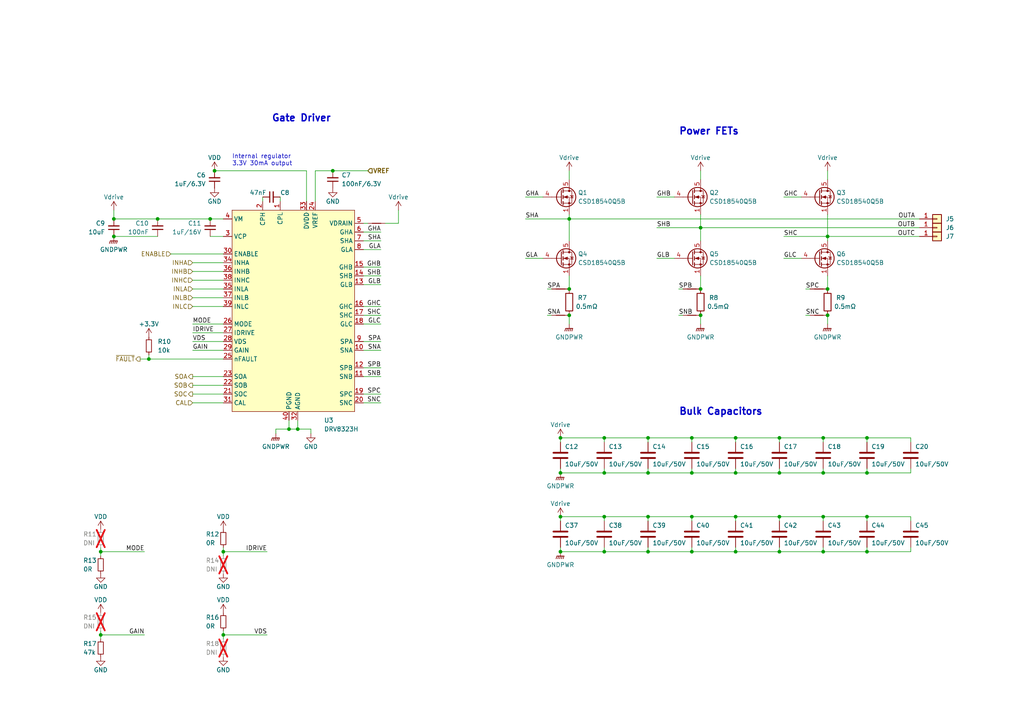
<source format=kicad_sch>
(kicad_sch (version 20230121) (generator eeschema)
  (paper "A4")
  (title_block (title "MoCo") (rev "1.0"))
  (lib_symbols
    (symbol "Connector_Generic:Conn_01x01" (pin_names (offset 1.016) hide)
      (property "Reference" "J" (at 0 2.54 0))
      (property "Value" "Conn_01x01" (at 0 -2.54 0))
      (symbol "Conn_01x01_1_1"
        (rectangle (start -1.27 0.127) (end 0 -0.127) (stroke (width 0.1524)))
        (rectangle (start -1.27 1.27) (end 1.27 -1.27) (stroke (width 0.254)) (fill (type background)))
        (pin passive line (at -5.08 0 0) (length 3.81) (name "Pin_1") (number "1"))
      )
    )
    (symbol "Device:C" (pin_numbers hide) (pin_names (offset 0.254))
      (property "Reference" "C" (at 0.635 2.54 0))
      (property "Value" "C" (at 0.635 -2.54 0))
      (symbol "C_0_1"
        (polyline (pts (xy -2.032 -0.762) (xy 2.032 -0.762)) (stroke (width 0.508)))
        (polyline (pts (xy -2.032 0.762) (xy 2.032 0.762)) (stroke (width 0.508)))
      )
      (symbol "C_1_1"
        (pin passive line (at 0 3.81 270) (length 2.794) (name "~") (number "1"))
        (pin passive line (at 0 -3.81 90) (length 2.794) (name "~") (number "2"))
      )
    )
    (symbol "Device:C_Small" (pin_numbers hide) (pin_names (offset 0.254) hide)
      (property "Reference" "C" (at 0.254 1.778 0))
      (property "Value" "C_Small" (at 0.254 -2.032 0))
      (symbol "C_Small_0_1"
        (polyline (pts (xy -1.524 -0.508) (xy 1.524 -0.508)) (stroke (width 0.3302)))
        (polyline (pts (xy -1.524 0.508) (xy 1.524 0.508)) (stroke (width 0.3048)))
      )
      (symbol "C_Small_1_1"
        (pin passive line (at 0 2.54 270) (length 2.032) (name "~") (number "1"))
        (pin passive line (at 0 -2.54 90) (length 2.032) (name "~") (number "2"))
      )
    )
    (symbol "Device:NetTie_2" (pin_numbers hide) (pin_names (offset 0) hide)
      (property "Reference" "NT" (at 0 1.27 0))
      (property "Value" "NetTie_2" (at 0 -1.27 0))
      (symbol "NetTie_2_0_1"
        (polyline (pts (xy -1.27 0) (xy 1.27 0)) (stroke (width 0.254)))
      )
      (symbol "NetTie_2_1_1"
        (pin passive line (at -2.54 0 0) (length 2.54) (name "1") (number "1"))
        (pin passive line (at 2.54 0 180) (length 2.54) (name "2") (number "2"))
      )
    )
    (symbol "Device:R" (pin_numbers hide) (pin_names (offset 0))
      (property "Reference" "R" (at 2.032 0 90))
      (property "Value" "R" (at 0 0 90))
      (symbol "R_0_1"
        (rectangle (start -1.016 -2.54) (end 1.016 2.54) (stroke (width 0.254)))
      )
      (symbol "R_1_1"
        (pin passive line (at 0 3.81 270) (length 1.27) (name "~") (number "1"))
        (pin passive line (at 0 -3.81 90) (length 1.27) (name "~") (number "2"))
      )
    )
    (symbol "Device:R_Small" (pin_numbers hide) (pin_names (offset 0.254) hide)
      (property "Reference" "R" (at 0.762 0.508 0))
      (property "Value" "R_Small" (at 0.762 -1.016 0))
      (symbol "R_Small_0_1"
        (rectangle (start -0.762 1.778) (end 0.762 -1.778) (stroke (width 0.2032)))
      )
      (symbol "R_Small_1_1"
        (pin passive line (at 0 2.54 270) (length 0.762) (name "~") (number "1"))
        (pin passive line (at 0 -2.54 90) (length 0.762) (name "~") (number "2"))
      )
    )
    (symbol "Transistor_FET:CSD18540Q5B" (pin_names hide)
      (property "Reference" "Q" (at 5.08 1.905 0))
      (property "Value" "CSD18540Q5B" (at 5.08 0 0))
      (symbol "CSD18540Q5B_0_1"
        (polyline (pts (xy 0.254 0) (xy -2.54 0)))
        (polyline (pts (xy 0.254 1.905) (xy 0.254 -1.905)) (stroke (width 0.254)))
        (polyline (pts (xy 0.762 -1.27) (xy 0.762 -2.286)) (stroke (width 0.254)))
        (polyline (pts (xy 0.762 0.508) (xy 0.762 -0.508)) (stroke (width 0.254)))
        (polyline (pts (xy 0.762 2.286) (xy 0.762 1.27)) (stroke (width 0.254)))
        (polyline (pts (xy 2.54 2.54) (xy 2.54 1.778)))
        (polyline (pts (xy 2.54 -2.54) (xy 2.54 0) (xy 0.762 0)))
        (polyline (pts (xy 0.762 -1.778) (xy 3.302 -1.778) (xy 3.302 1.778) (xy 0.762 1.778)))
        (polyline (pts (xy 1.016 0) (xy 2.032 0.381) (xy 2.032 -0.381) (xy 1.016 0)) (fill (type outline)))
        (polyline (pts (xy 2.794 0.508) (xy 2.921 0.381) (xy 3.683 0.381) (xy 3.81 0.254)))
        (polyline (pts (xy 3.302 0.381) (xy 2.921 -0.254) (xy 3.683 -0.254) (xy 3.302 0.381)))
        (circle (center 1.651 0) (radius 2.794) (stroke (width 0.254)))
        (circle (center 2.54 -1.778) (radius 0.254) (fill (type outline)))
        (circle (center 2.54 1.778) (radius 0.254) (fill (type outline)))
      )
      (symbol "CSD18540Q5B_1_1"
        (pin passive line (at 2.54 -5.08 90) (length 2.54) (name "S") (number "1"))
        (pin passive line (at 2.54 -5.08 90) (length 2.54) hide (name "S") (number "2"))
        (pin passive line (at 2.54 -5.08 90) (length 2.54) hide (name "S") (number "3"))
        (pin passive line (at -5.08 0 0) (length 2.54) (name "G") (number "4"))
        (pin passive line (at 2.54 5.08 270) (length 2.54) (name "D") (number "5"))
      )
    )
    (symbol "moco:DRV8323H"
      (property "Reference" "U" (at 8.89 -34.29 0))
      (property "Value" "DRV8323H" (at 12.7 -36.83 0))
      (symbol "DRV8323H_0_0"
        (pin power_in line (at -3.81 30.48 270) (length 2.54) (name "CPL") (number "1"))
        (pin input line (at 20.32 -12.7 180) (length 2.54) (name "SNA") (number "10"))
        (pin input line (at 20.32 -20.32 180) (length 2.54) (name "SNB") (number "11"))
        (pin input line (at 20.32 -17.78 180) (length 2.54) (name "SPB") (number "12"))
        (pin output line (at 20.32 6.35 180) (length 2.54) (name "GLB") (number "13"))
        (pin input line (at 20.32 8.89 180) (length 2.54) (name "SHB") (number "14"))
        (pin output line (at 20.32 11.43 180) (length 2.54) (name "GHB") (number "15"))
        (pin output line (at 20.32 0 180) (length 2.54) (name "GHC") (number "16"))
        (pin input line (at 20.32 -2.54 180) (length 2.54) (name "SHC") (number "17"))
        (pin output line (at 20.32 -5.08 180) (length 2.54) (name "GLC") (number "18"))
        (pin input line (at 20.32 -25.4 180) (length 2.54) (name "SPC") (number "19"))
        (pin power_in line (at -8.89 30.48 270) (length 2.54) (name "CPH") (number "2"))
        (pin input line (at 20.32 -27.94 180) (length 2.54) (name "SNC") (number "20"))
        (pin output line (at -20.32 -25.4 0) (length 2.54) (name "SOC") (number "21"))
        (pin output line (at -20.32 -22.86 0) (length 2.54) (name "SOB") (number "22"))
        (pin output line (at -20.32 -20.32 0) (length 2.54) (name "SOA") (number "23"))
        (pin power_in line (at 6.35 30.48 270) (length 2.54) (name "VREF") (number "24"))
        (pin output line (at -20.32 -15.24 0) (length 2.54) (name "nFAULT") (number "25"))
        (pin input line (at -20.32 -5.08 0) (length 2.54) (name "MODE") (number "26"))
        (pin input line (at -20.32 -7.62 0) (length 2.54) (name "IDRIVE") (number "27"))
        (pin input line (at -20.32 -10.16 0) (length 2.54) (name "VDS") (number "28"))
        (pin input line (at -20.32 -12.7 0) (length 2.54) (name "GAIN") (number "29"))
        (pin power_out line (at -20.32 20.32 0) (length 2.54) (name "VCP") (number "3"))
        (pin input line (at -20.32 15.24 0) (length 2.54) (name "ENABLE") (number "30"))
        (pin input line (at -20.32 -27.94 0) (length 2.54) (name "CAL") (number "31"))
        (pin power_in line (at 1.27 -33.02 90) (length 2.54) (name "AGND") (number "32"))
        (pin power_out line (at 3.81 30.48 270) (length 2.54) (name "DVDD") (number "33"))
        (pin input line (at -20.32 12.7 0) (length 2.54) (name "INHA") (number "34"))
        (pin input line (at -20.32 5.08 0) (length 2.54) (name "INLA") (number "35"))
        (pin input line (at -20.32 10.16 0) (length 2.54) (name "INHB") (number "36"))
        (pin input line (at -20.32 2.54 0) (length 2.54) (name "INLB") (number "37"))
        (pin input line (at -20.32 7.62 0) (length 2.54) (name "INHC") (number "38"))
        (pin input line (at -20.32 0 0) (length 2.54) (name "INLC") (number "39"))
        (pin power_in line (at -20.32 25.4 0) (length 2.54) (name "VM") (number "4"))
        (pin power_in line (at -1.27 -33.02 90) (length 2.54) (name "PGND") (number "40"))
        (pin input line (at 20.32 24.13 180) (length 2.54) (name "VDRAIN") (number "5"))
        (pin output line (at 20.32 21.59 180) (length 2.54) (name "GHA") (number "6"))
        (pin input line (at 20.32 19.05 180) (length 2.54) (name "SHA") (number "7"))
        (pin output line (at 20.32 16.51 180) (length 2.54) (name "GLA") (number "8"))
        (pin input line (at 20.32 -10.16 180) (length 2.54) (name "SPA") (number "9"))
      )
      (symbol "DRV8323H_1_0"
        (pin power_in line (at -1.27 -33.02 90) (length 2.54) hide (name "GND") (number "41"))
      )
      (symbol "DRV8323H_1_1"
        (rectangle (start -17.78 27.94) (end 17.78 -30.48) (fill (type background)))
      )
    )
    (symbol "power:+3.3V" (power) (pin_names (offset 0))
      (property "Value" "+3.3V" (at 0 3.556 0))
      (symbol "+3.3V_0_1"
        (polyline (pts (xy -0.762 1.27) (xy 0 2.54)))
        (polyline (pts (xy 0 0) (xy 0 2.54)))
        (polyline (pts (xy 0 2.54) (xy 0.762 1.27)))
      )
      (symbol "+3.3V_1_1"
        (pin power_in line (at 0 0 90) (length 0) hide (name "+3.3V") (number "1"))
      )
    )
    (symbol "power:GND" (power) (pin_names (offset 0))
      (property "Value" "GND" (at 0 -3.81 0))
      (symbol "GND_0_1"
        (polyline (pts (xy 0 0) (xy 0 -1.27) (xy 1.27 -1.27) (xy 0 -2.54) (xy -1.27 -1.27) (xy 0 -1.27)))
      )
      (symbol "GND_1_1"
        (pin power_in line (at 0 0 270) (length 0) hide (name "GND") (number "1"))
      )
    )
    (symbol "power:GNDPWR" (power) (pin_names (offset 0))
      (property "Value" "GNDPWR" (at 0 -3.302 0))
      (symbol "GNDPWR_0_1"
        (polyline (pts (xy 0 -1.27) (xy 0 0)))
        (polyline (pts (xy -1.016 -1.27) (xy -1.27 -2.032) (xy -1.27 -2.032)) (stroke (width 0.2032)))
        (polyline (pts (xy -0.508 -1.27) (xy -0.762 -2.032) (xy -0.762 -2.032)) (stroke (width 0.2032)))
        (polyline (pts (xy 0 -1.27) (xy -0.254 -2.032) (xy -0.254 -2.032)) (stroke (width 0.2032)))
        (polyline (pts (xy 0.508 -1.27) (xy 0.254 -2.032) (xy 0.254 -2.032)) (stroke (width 0.2032)))
        (polyline (pts (xy 1.016 -1.27) (xy -1.016 -1.27) (xy -1.016 -1.27)) (stroke (width 0.2032)))
        (polyline (pts (xy 1.016 -1.27) (xy 0.762 -2.032) (xy 0.762 -2.032) (xy 0.762 -2.032)) (stroke (width 0.2032)))
      )
      (symbol "GNDPWR_1_1"
        (pin power_in line (at 0 0 270) (length 0) hide (name "GNDPWR") (number "1"))
      )
    )
    (symbol "power:VDD" (power) (pin_names (offset 0))
      (property "Value" "VDD" (at 0 3.81 0))
      (symbol "VDD_0_1"
        (polyline (pts (xy -0.762 1.27) (xy 0 2.54)))
        (polyline (pts (xy 0 0) (xy 0 2.54)))
        (polyline (pts (xy 0 2.54) (xy 0.762 1.27)))
      )
      (symbol "VDD_1_1"
        (pin power_in line (at 0 0 90) (length 0) hide (name "VDD") (number "1"))
      )
    )
    (symbol "power:Vdrive" (power) (pin_names (offset 0))
      (property "Value" "Vdrive" (at 0 3.81 0))
      (symbol "Vdrive_0_1"
        (polyline (pts (xy -0.762 1.27) (xy 0 2.54)))
        (polyline (pts (xy 0 0) (xy 0 2.54)))
        (polyline (pts (xy 0 2.54) (xy 0.762 1.27)))
      )
      (symbol "Vdrive_1_1"
        (pin power_in line (at 0 0 90) (length 0) hide (name "Vdrive") (number "1"))
      )
    )
  )
  (junction (at 43.18 104.14))
  (junction (at 238.76 127))
  (junction (at 240.03 91.44))
  (junction (at 83.82 124.46))
  (junction (at 162.56 137.16))
  (junction (at 240.03 83.82))
  (junction (at 29.21 160.02))
  (junction (at 165.1 83.82))
  (junction (at 64.77 184.15))
  (junction (at 251.46 149.86))
  (junction (at 62.23 49.53))
  (junction (at 175.26 137.16))
  (junction (at 213.36 149.86))
  (junction (at 213.36 127))
  (junction (at 200.66 149.86))
  (junction (at 200.66 160.02))
  (junction (at 86.36 124.46))
  (junction (at 165.1 91.44))
  (junction (at 226.06 149.86))
  (junction (at 213.36 137.16))
  (junction (at 226.06 137.16))
  (junction (at 238.76 137.16))
  (junction (at 200.66 137.16))
  (junction (at 251.46 137.16))
  (junction (at 165.1 63.5))
  (junction (at 29.21 184.15))
  (junction (at 33.02 68.58))
  (junction (at 60.96 63.5))
  (junction (at 251.46 160.02))
  (junction (at 187.96 160.02))
  (junction (at 226.06 127))
  (junction (at 251.46 127))
  (junction (at 226.06 160.02))
  (junction (at 45.72 63.5))
  (junction (at 238.76 160.02))
  (junction (at 203.2 66.04))
  (junction (at 200.66 127))
  (junction (at 162.56 160.02))
  (junction (at 213.36 160.02))
  (junction (at 64.77 160.02))
  (junction (at 187.96 137.16))
  (junction (at 175.26 160.02))
  (junction (at 175.26 127))
  (junction (at 33.02 63.5))
  (junction (at 162.56 149.86))
  (junction (at 203.2 91.44))
  (junction (at 162.56 127))
  (junction (at 175.26 149.86))
  (junction (at 187.96 127))
  (junction (at 240.03 68.58))
  (junction (at 187.96 149.86))
  (junction (at 203.2 83.82))
  (junction (at 96.52 49.53))
  (junction (at 238.76 149.86))
  (wire (pts (xy 162.56 127) (xy 162.56 128.27)))
  (wire (pts (xy 200.66 137.16) (xy 200.66 135.89)))
  (wire (pts (xy 158.75 83.82) (xy 160.02 83.82)))
  (wire (pts (xy 175.26 135.89) (xy 175.26 137.16)))
  (wire (pts (xy 106.68 49.53) (xy 96.52 49.53)))
  (wire (pts (xy 80.01 124.46) (xy 83.82 124.46)))
  (wire (pts (xy 33.02 68.58) (xy 45.72 68.58)))
  (wire (pts (xy 226.06 149.86) (xy 238.76 149.86)))
  (wire (pts (xy 162.56 158.75) (xy 162.56 160.02)))
  (wire (pts (xy 110.49 99.06) (xy 105.41 99.06)))
  (wire (pts (xy 110.49 88.9) (xy 105.41 88.9)))
  (wire (pts (xy 55.88 99.06) (xy 64.77 99.06)))
  (wire (pts (xy 264.16 128.27) (xy 264.16 127)))
  (wire (pts (xy 226.06 149.86) (xy 226.06 151.13)))
  (wire (pts (xy 240.03 68.58) (xy 266.7 68.58)))
  (wire (pts (xy 187.96 160.02) (xy 187.96 158.75)))
  (wire (pts (xy 29.21 184.15) (xy 29.21 182.88)))
  (wire (pts (xy 64.77 160.02) (xy 64.77 158.75)))
  (wire (pts (xy 175.26 137.16) (xy 187.96 137.16)))
  (wire (pts (xy 213.36 149.86) (xy 213.36 151.13)))
  (wire (pts (xy 187.96 137.16) (xy 200.66 137.16)))
  (wire (pts (xy 41.91 160.02) (xy 29.21 160.02)))
  (wire (pts (xy 83.82 124.46) (xy 86.36 124.46)))
  (wire (pts (xy 165.1 62.23) (xy 165.1 63.5)))
  (wire (pts (xy 165.1 80.01) (xy 165.1 83.82)))
  (wire (pts (xy 200.66 127) (xy 213.36 127)))
  (wire (pts (xy 226.06 158.75) (xy 226.06 160.02)))
  (wire (pts (xy 29.21 161.29) (xy 29.21 160.02)))
  (wire (pts (xy 226.06 127) (xy 238.76 127)))
  (wire (pts (xy 90.17 124.46) (xy 90.17 125.73)))
  (wire (pts (xy 162.56 135.89) (xy 162.56 137.16)))
  (wire (pts (xy 88.9 49.53) (xy 88.9 58.42)))
  (wire (pts (xy 187.96 127) (xy 187.96 128.27)))
  (wire (pts (xy 165.1 63.5) (xy 266.7 63.5)))
  (wire (pts (xy 110.49 91.44) (xy 105.41 91.44)))
  (wire (pts (xy 162.56 160.02) (xy 175.26 160.02)))
  (wire (pts (xy 196.85 83.82) (xy 198.12 83.82)))
  (wire (pts (xy 233.68 83.82) (xy 234.95 83.82)))
  (wire (pts (xy 157.48 74.93) (xy 152.4 74.93)))
  (wire (pts (xy 187.96 160.02) (xy 200.66 160.02)))
  (wire (pts (xy 29.21 185.42) (xy 29.21 184.15)))
  (wire (pts (xy 110.49 101.6) (xy 105.41 101.6)))
  (wire (pts (xy 213.36 160.02) (xy 200.66 160.02)))
  (wire (pts (xy 110.49 116.84) (xy 105.41 116.84)))
  (wire (pts (xy 226.06 137.16) (xy 213.36 137.16)))
  (wire (pts (xy 165.1 69.85) (xy 165.1 63.5)))
  (wire (pts (xy 62.23 49.53) (xy 88.9 49.53)))
  (wire (pts (xy 190.5 66.04) (xy 203.2 66.04)))
  (wire (pts (xy 238.76 149.86) (xy 238.76 151.13)))
  (wire (pts (xy 90.17 124.46) (xy 86.36 124.46)))
  (wire (pts (xy 115.57 60.96) (xy 115.57 64.77)))
  (wire (pts (xy 175.26 160.02) (xy 187.96 160.02)))
  (wire (pts (xy 110.49 77.47) (xy 105.41 77.47)))
  (wire (pts (xy 29.21 160.02) (xy 29.21 158.75)))
  (wire (pts (xy 83.82 121.92) (xy 83.82 124.46)))
  (wire (pts (xy 240.03 80.01) (xy 240.03 83.82)))
  (wire (pts (xy 175.26 127) (xy 187.96 127)))
  (wire (pts (xy 115.57 64.77) (xy 111.76 64.77)))
  (wire (pts (xy 213.36 158.75) (xy 213.36 160.02)))
  (wire (pts (xy 240.03 68.58) (xy 240.03 69.85)))
  (wire (pts (xy 187.96 127) (xy 200.66 127)))
  (wire (pts (xy 110.49 109.22) (xy 105.41 109.22)))
  (wire (pts (xy 196.85 91.44) (xy 198.12 91.44)))
  (wire (pts (xy 110.49 67.31) (xy 105.41 67.31)))
  (wire (pts (xy 55.88 101.6) (xy 64.77 101.6)))
  (wire (pts (xy 251.46 128.27) (xy 251.46 127)))
  (wire (pts (xy 233.68 91.44) (xy 234.95 91.44)))
  (wire (pts (xy 190.5 57.15) (xy 195.58 57.15)))
  (wire (pts (xy 251.46 137.16) (xy 251.46 135.89)))
  (wire (pts (xy 200.66 127) (xy 200.66 128.27)))
  (wire (pts (xy 238.76 135.89) (xy 238.76 137.16)))
  (wire (pts (xy 55.88 78.74) (xy 64.77 78.74)))
  (wire (pts (xy 200.66 160.02) (xy 200.66 158.75)))
  (wire (pts (xy 81.28 57.15) (xy 81.28 58.42)))
  (wire (pts (xy 232.41 74.93) (xy 227.33 74.93)))
  (wire (pts (xy 55.88 81.28) (xy 64.77 81.28)))
  (wire (pts (xy 162.56 137.16) (xy 175.26 137.16)))
  (wire (pts (xy 187.96 149.86) (xy 187.96 151.13)))
  (wire (pts (xy 106.68 64.77) (xy 105.41 64.77)))
  (wire (pts (xy 41.91 184.15) (xy 29.21 184.15)))
  (wire (pts (xy 187.96 137.16) (xy 187.96 135.89)))
  (wire (pts (xy 226.06 160.02) (xy 238.76 160.02)))
  (wire (pts (xy 200.66 149.86) (xy 200.66 151.13)))
  (wire (pts (xy 238.76 160.02) (xy 251.46 160.02)))
  (wire (pts (xy 213.36 135.89) (xy 213.36 137.16)))
  (wire (pts (xy 55.88 93.98) (xy 64.77 93.98)))
  (wire (pts (xy 158.75 91.44) (xy 160.02 91.44)))
  (wire (pts (xy 226.06 135.89) (xy 226.06 137.16)))
  (wire (pts (xy 96.52 49.53) (xy 91.44 49.53)))
  (wire (pts (xy 152.4 57.15) (xy 157.48 57.15)))
  (wire (pts (xy 55.88 88.9) (xy 64.77 88.9)))
  (wire (pts (xy 203.2 66.04) (xy 266.7 66.04)))
  (wire (pts (xy 238.76 149.86) (xy 251.46 149.86)))
  (wire (pts (xy 105.41 82.55) (xy 110.49 82.55)))
  (wire (pts (xy 49.53 73.66) (xy 64.77 73.66)))
  (wire (pts (xy 238.76 137.16) (xy 251.46 137.16)))
  (wire (pts (xy 227.33 57.15) (xy 232.41 57.15)))
  (wire (pts (xy 195.58 74.93) (xy 190.5 74.93)))
  (wire (pts (xy 264.16 151.13) (xy 264.16 149.86)))
  (wire (pts (xy 105.41 93.98) (xy 110.49 93.98)))
  (wire (pts (xy 175.26 149.86) (xy 187.96 149.86)))
  (wire (pts (xy 165.1 49.53) (xy 165.1 52.07)))
  (wire (pts (xy 251.46 127) (xy 264.16 127)))
  (wire (pts (xy 110.49 106.68) (xy 105.41 106.68)))
  (wire (pts (xy 152.4 63.5) (xy 165.1 63.5)))
  (wire (pts (xy 43.18 102.87) (xy 43.18 104.14)))
  (wire (pts (xy 55.88 116.84) (xy 64.77 116.84)))
  (wire (pts (xy 240.03 93.98) (xy 240.03 91.44)))
  (wire (pts (xy 175.26 127) (xy 175.26 128.27)))
  (wire (pts (xy 55.88 86.36) (xy 64.77 86.36)))
  (wire (pts (xy 110.49 114.3) (xy 105.41 114.3)))
  (wire (pts (xy 55.88 83.82) (xy 64.77 83.82)))
  (wire (pts (xy 238.76 127) (xy 251.46 127)))
  (wire (pts (xy 55.88 96.52) (xy 64.77 96.52)))
  (wire (pts (xy 203.2 62.23) (xy 203.2 66.04)))
  (wire (pts (xy 64.77 184.15) (xy 64.77 182.88)))
  (wire (pts (xy 226.06 137.16) (xy 238.76 137.16)))
  (wire (pts (xy 251.46 149.86) (xy 264.16 149.86)))
  (wire (pts (xy 226.06 160.02) (xy 213.36 160.02)))
  (wire (pts (xy 64.77 185.42) (xy 64.77 184.15)))
  (wire (pts (xy 238.76 127) (xy 238.76 128.27)))
  (wire (pts (xy 251.46 137.16) (xy 264.16 137.16)))
  (wire (pts (xy 76.2 57.15) (xy 76.2 58.42)))
  (wire (pts (xy 213.36 127) (xy 226.06 127)))
  (wire (pts (xy 105.41 72.39) (xy 110.49 72.39)))
  (wire (pts (xy 251.46 160.02) (xy 264.16 160.02)))
  (wire (pts (xy 227.33 68.58) (xy 240.03 68.58)))
  (wire (pts (xy 64.77 161.29) (xy 64.77 160.02)))
  (wire (pts (xy 213.36 149.86) (xy 226.06 149.86)))
  (wire (pts (xy 203.2 80.01) (xy 203.2 83.82)))
  (wire (pts (xy 203.2 66.04) (xy 203.2 69.85)))
  (wire (pts (xy 55.88 111.76) (xy 64.77 111.76)))
  (wire (pts (xy 165.1 93.98) (xy 165.1 91.44)))
  (wire (pts (xy 213.36 127) (xy 213.36 128.27)))
  (wire (pts (xy 162.56 149.86) (xy 175.26 149.86)))
  (wire (pts (xy 200.66 149.86) (xy 213.36 149.86)))
  (wire (pts (xy 55.88 109.22) (xy 64.77 109.22)))
  (wire (pts (xy 55.88 76.2) (xy 64.77 76.2)))
  (wire (pts (xy 80.01 124.46) (xy 80.01 125.73)))
  (wire (pts (xy 77.47 160.02) (xy 64.77 160.02)))
  (wire (pts (xy 110.49 80.01) (xy 105.41 80.01)))
  (wire (pts (xy 175.26 158.75) (xy 175.26 160.02)))
  (wire (pts (xy 203.2 93.98) (xy 203.2 91.44)))
  (wire (pts (xy 77.47 184.15) (xy 64.77 184.15)))
  (wire (pts (xy 251.46 151.13) (xy 251.46 149.86)))
  (wire (pts (xy 60.96 68.58) (xy 64.77 68.58)))
  (wire (pts (xy 213.36 137.16) (xy 200.66 137.16)))
  (wire (pts (xy 264.16 160.02) (xy 264.16 158.75)))
  (wire (pts (xy 203.2 49.53) (xy 203.2 52.07)))
  (wire (pts (xy 91.44 58.42) (xy 91.44 49.53)))
  (wire (pts (xy 86.36 121.92) (xy 86.36 124.46)))
  (wire (pts (xy 240.03 62.23) (xy 240.03 68.58)))
  (wire (pts (xy 226.06 127) (xy 226.06 128.27)))
  (wire (pts (xy 55.88 114.3) (xy 64.77 114.3)))
  (wire (pts (xy 162.56 149.86) (xy 162.56 151.13)))
  (wire (pts (xy 43.18 104.14) (xy 64.77 104.14)))
  (wire (pts (xy 33.02 63.5) (xy 45.72 63.5)))
  (wire (pts (xy 175.26 149.86) (xy 175.26 151.13)))
  (wire (pts (xy 40.64 104.14) (xy 43.18 104.14)))
  (wire (pts (xy 240.03 49.53) (xy 240.03 52.07)))
  (wire (pts (xy 187.96 149.86) (xy 200.66 149.86)))
  (wire (pts (xy 33.02 60.96) (xy 33.02 63.5)))
  (wire (pts (xy 251.46 160.02) (xy 251.46 158.75)))
  (wire (pts (xy 162.56 127) (xy 175.26 127)))
  (wire (pts (xy 45.72 63.5) (xy 60.96 63.5)))
  (wire (pts (xy 110.49 69.85) (xy 105.41 69.85)))
  (wire (pts (xy 60.96 63.5) (xy 64.77 63.5)))
  (wire (pts (xy 264.16 137.16) (xy 264.16 135.89)))
  (wire (pts (xy 238.76 158.75) (xy 238.76 160.02)))
  (text "Gate Driver" (at 78.74 35.56 0) (effects (font (size 2 2) (thickness 0.4) bold) (justify left bottom)))
  (text "Bulk Capacitors" (at 196.85 120.65 0) (effects (font (size 2 2) (thickness 0.4) bold) (justify left bottom)))
  (text "Power FETs" (at 196.85 39.37 0) (effects (font (size 2 2) (thickness 0.4) bold) (justify left bottom)))
  (text "Internal regulator\n3.3V 30mA output" (at 67.31 48.26 0) (effects (font (size 1.27 1.27)) (justify left bottom)))
  (label "GHB" (at 190.5 57.15 0))
  (label "GLB" (at 110.49 82.55 180))
  (label "SPC" (at 233.68 83.82 0))
  (label "SHC" (at 227.33 68.58 0))
  (label "VDS" (at 55.88 99.06 0))
  (label "IDRIVE" (at 77.47 160.02 180))
  (label "SHC" (at 110.49 91.44 180))
  (label "SPB" (at 196.85 83.82 0))
  (label "GHA" (at 110.49 67.31 180))
  (label "OUTA" (at 265.43 63.5 180))
  (label "SNC" (at 233.68 91.44 0))
  (label "MODE" (at 41.91 160.02 180))
  (label "GLA" (at 152.4 74.93 0))
  (label "GAIN" (at 41.91 184.15 180))
  (label "SNA" (at 110.49 101.6 180))
  (label "GAIN" (at 55.88 101.6 0))
  (label "GLC" (at 227.33 74.93 0))
  (label "SNC" (at 110.49 116.84 180))
  (label "SPA" (at 158.75 83.82 0))
  (label "SHB" (at 190.5 66.04 0))
  (label "SHB" (at 110.49 80.01 180))
  (label "SNB" (at 110.49 109.22 180))
  (label "SPB" (at 110.49 106.68 180))
  (label "IDRIVE" (at 55.88 96.52 0))
  (label "OUTB" (at 265.43 66.04 180))
  (label "GHB" (at 110.49 77.47 180))
  (label "MODE" (at 55.88 93.98 0))
  (label "SPC" (at 110.49 114.3 180))
  (label "SNB" (at 196.85 91.44 0))
  (label "SNA" (at 158.75 91.44 0))
  (label "GLC" (at 110.49 93.98 180))
  (label "GLA" (at 110.49 72.39 180))
  (label "SPA" (at 110.49 99.06 180))
  (label "VDS" (at 77.47 184.15 180))
  (label "GLB" (at 190.5 74.93 0))
  (label "GHC" (at 110.49 88.9 180))
  (label "SHA" (at 152.4 63.5 0))
  (label "SHA" (at 110.49 69.85 180))
  (label "GHA" (at 152.4 57.15 0))
  (label "OUTC" (at 265.43 68.58 180))
  (label "GHC" (at 227.33 57.15 0))
  (hierarchical_label "ENABLE" (shape input) (at 49.53 73.66 180))
  (hierarchical_label "VREF" (shape input) (at 106.68 49.53 0) (effects (font bold)))
  (hierarchical_label "INLC" (shape input) (at 55.88 88.9 180))
  (hierarchical_label "INHC" (shape input) (at 55.88 81.28 180))
  (hierarchical_label "SOC" (shape output) (at 55.88 114.3 180))
  (hierarchical_label "SOA" (shape output) (at 55.88 109.22 180))
  (hierarchical_label "INLA" (shape input) (at 55.88 83.82 180))
  (hierarchical_label "~{FAULT}" (shape output) (at 40.64 104.14 180))
  (hierarchical_label "CAL" (shape input) (at 55.88 116.84 180))
  (hierarchical_label "INHB" (shape input) (at 55.88 78.74 180))
  (hierarchical_label "INHA" (shape input) (at 55.88 76.2 180))
  (hierarchical_label "SOB" (shape output) (at 55.88 111.76 180))
  (hierarchical_label "INLB" (shape input) (at 55.88 86.36 180))
  (symbol (lib_id "Device:C") (at 175.26 132.08 0) (unit 1)
    (property "Reference" "C13" (at 176.53 129.54 0) (effects (justify left)))
    (property "Value" "10uF/50V" (at 176.53 134.62 0) (effects (justify left)))
    (property "Footprint" "Capacitor_SMD:C_1206_3216Metric" (effects hide))
    (property "JLCPCB Part #" "C2991915" (effects hide))
    (property "MFR.Part #" "C1206B106K050TEF" (effects hide))
  )
  (symbol (lib_id "power:VDD") (at 64.77 153.67 0) (unit 1)
    (property "Reference" "#PWR033" (effects hide))
    (property "Value" "VDD" (at 64.77 149.86 0))
  )
  (symbol (lib_id "power:Vdrive") (at 203.2 49.53 0) (unit 1)
    (property "Reference" "#PWR018" (effects hide))
    (property "Value" "Vdrive" (at 203.2 45.72 0))
  )
  (symbol (lib_id "power:Vdrive") (at 162.56 149.86 0) (unit 1)
    (property "Reference" "#PWR059" (effects hide))
    (property "Value" "Vdrive" (at 162.56 146.05 0))
  )
  (symbol (lib_id "power:Vdrive") (at 33.02 60.96 0) (unit 1)
    (property "Reference" "#PWR022" (effects hide))
    (property "Value" "Vdrive" (at 33.02 57.15 0))
  )
  (symbol (lib_id "Device:C") (at 264.16 132.08 0) (unit 1)
    (property "Reference" "C20" (at 265.43 129.54 0) (effects (justify left)))
    (property "Value" "10uF/50V" (at 265.43 134.62 0) (effects (justify left)))
    (property "Footprint" "Capacitor_SMD:C_1206_3216Metric" (effects hide))
    (property "JLCPCB Part #" "C2991915" (effects hide))
    (property "MFR.Part #" "C1206B106K050TEF" (effects hide))
  )
  (symbol (lib_id "Connector_Generic:Conn_01x01") (at 271.78 66.04 0) (unit 1)
    (property "Reference" "J6" (at 274.32 66.04 0) (effects (justify left)))
    (property "Value" "B" (effects hide))
    (property "Footprint" "moco:wire_3.2mm" (effects hide))
  )
  (symbol (lib_id "power:VDD") (at 62.23 49.53 0) (unit 1)
    (property "Reference" "#PWR016" (effects hide))
    (property "Value" "VDD" (at 62.23 45.72 0))
  )
  (symbol (lib_id "Device:C") (at 162.56 154.94 0) (unit 1)
    (property "Reference" "C37" (at 163.83 152.4 0) (effects (justify left)))
    (property "Value" "10uF/50V" (at 163.83 157.48 0) (effects (justify left)))
    (property "Footprint" "Capacitor_SMD:C_1206_3216Metric_Pad1.33x1.80mm_HandSolder" (effects hide))
    (property "JLCPCB Part #" "C2991915" (effects hide))
    (property "MFR.Part #" "C1206B106K050TEF" (effects hide))
  )
  (symbol (lib_id "Device:C") (at 226.06 154.94 0) (unit 1)
    (property "Reference" "C42" (at 227.33 152.4 0) (effects (justify left)))
    (property "Value" "10uF/50V" (at 227.33 157.48 0) (effects (justify left)))
    (property "Footprint" "Capacitor_SMD:C_1206_3216Metric_Pad1.33x1.80mm_HandSolder" (effects hide))
    (property "JLCPCB Part #" "C2991915" (effects hide))
    (property "MFR.Part #" "C1206B106K050TEF" (effects hide))
  )
  (symbol (lib_id "power:VDD") (at 29.21 153.67 0) (unit 1)
    (property "Reference" "#PWR032" (effects hide))
    (property "Value" "VDD" (at 29.21 149.86 0))
  )
  (symbol (lib_id "Device:C_Small") (at 96.52 52.07 180) (unit 1)
    (property "Reference" "C7" (at 99.06 50.7936 0) (effects (justify right)))
    (property "Value" "100nF/6.3V" (at 99.06 53.3336 0) (effects (justify right)))
    (property "Footprint" "Capacitor_SMD:C_0402_1005Metric" (effects hide))
  )
  (symbol (lib_id "power:GNDPWR") (at 162.56 137.16 0) (unit 1)
    (property "Reference" "#PWR031" (effects hide))
    (property "Value" "GNDPWR" (at 162.56 140.97 0))
  )
  (symbol (lib_id "Connector_Generic:Conn_01x01") (at 271.78 68.58 0) (unit 1)
    (property "Reference" "J7" (at 274.32 68.58 0) (effects (justify left)))
    (property "Value" "C" (effects hide))
    (property "Footprint" "moco:wire_3.2mm" (effects hide))
  )
  (symbol (lib_id "power:Vdrive") (at 162.56 127 0) (unit 1)
    (property "Reference" "#PWR030" (effects hide))
    (property "Value" "Vdrive" (at 162.56 123.19 0))
  )
  (symbol (lib_id "power:GNDPWR") (at 165.1 93.98 0) (unit 1)
    (property "Reference" "#PWR024" (effects hide))
    (property "Value" "GNDPWR" (at 165.1 97.79 0))
  )
  (symbol (lib_id "moco:DRV8323H") (at 85.09 88.9 0) (unit 1)
    (property "Reference" "U3" (at 93.98 121.92 0) (effects (justify left)))
    (property "Value" "DRV8323H" (at 93.98 124.46 0) (effects (justify left)))
    (property "Footprint" "Package_DFN_QFN:QFN-40-1EP_6x6mm_P0.5mm_EP4.6x4.6mm_ThermalVias" (effects hide))
    (property "Datasheet" "https://www.ti.com/lit/gpn/drv8323" (effects hide))
    (property "JLCPCB Part #" "C701783" (effects hide))
    (property "MFR.Part #" "DRV8323HRTAR" (effects hide))
  )
  (symbol (lib_id "power:GNDPWR") (at 33.02 68.58 0) (unit 1)
    (property "Reference" "#PWR058" (effects hide))
    (property "Value" "GNDPWR" (at 33.02 72.39 0))
  )
  (symbol (lib_id "Device:C") (at 200.66 154.94 0) (unit 1)
    (property "Reference" "C40" (at 201.93 152.4 0) (effects (justify left)))
    (property "Value" "10uF/50V" (at 201.93 157.48 0) (effects (justify left)))
    (property "Footprint" "Capacitor_SMD:C_1206_3216Metric_Pad1.33x1.80mm_HandSolder" (effects hide))
    (property "JLCPCB Part #" "C2991915" (effects hide))
    (property "MFR.Part #" "C1206B106K050TEF" (effects hide))
  )
  (symbol (lib_id "Device:NetTie_2") (at 200.66 91.44 0) (unit 1) (in_bom no)
    (property "Reference" "NT5" (effects hide))
    (property "Value" "NetTie_2" (effects hide))
    (property "Footprint" "NetTie:NetTie-2_SMD_Pad0.5mm" (effects hide))
  )
  (symbol (lib_id "power:GND") (at 29.21 166.37 0) (unit 1)
    (property "Reference" "#PWR034" (effects hide))
    (property "Value" "GND" (at 29.21 170.18 0))
  )
  (symbol (lib_id "Device:NetTie_2") (at 200.66 83.82 0) (unit 1) (in_bom no)
    (property "Reference" "NT2" (effects hide))
    (property "Value" "NetTie_2" (effects hide))
    (property "Footprint" "NetTie:NetTie-2_SMD_Pad0.5mm" (effects hide))
  )
  (symbol (lib_id "Device:C_Small") (at 62.23 52.07 0) (mirror x) (unit 1)
    (property "Reference" "C6" (at 59.69 50.7936 0) (effects (justify right)))
    (property "Value" "1uF/6.3V" (at 59.69 53.3336 0) (effects (justify right)))
    (property "Footprint" "Capacitor_SMD:C_0402_1005Metric" (effects hide))
  )
  (symbol (lib_id "Device:C") (at 238.76 154.94 0) (unit 1)
    (property "Reference" "C43" (at 240.03 152.4 0) (effects (justify left)))
    (property "Value" "10uF/50V" (at 240.03 157.48 0) (effects (justify left)))
    (property "Footprint" "Capacitor_SMD:C_1206_3216Metric_Pad1.33x1.80mm_HandSolder" (effects hide))
    (property "JLCPCB Part #" "C2991915" (effects hide))
    (property "MFR.Part #" "C1206B106K050TEF" (effects hide))
  )
  (symbol (lib_id "Transistor_FET:CSD18540Q5B") (at 200.66 57.15 0) (unit 1)
    (property "Reference" "Q2" (at 205.74 55.88 0) (effects (justify left)))
    (property "Value" "CSD18540Q5B" (at 205.74 58.42 0) (effects (justify left)))
    (property "Footprint" "Package_TO_SOT_SMD:TDSON-8-1" (effects hide))
    (property "Datasheet" "http://www.ti.com/lit/gpn/csd18540q5b" (effects hide))
    (property "JLCPCB Part #" "C86513" (effects hide))
    (property "MFR.Part #" "CSD18540Q5B" (effects hide))
  )
  (symbol (lib_id "Device:C") (at 200.66 132.08 0) (unit 1)
    (property "Reference" "C15" (at 201.93 129.54 0) (effects (justify left)))
    (property "Value" "10uF/50V" (at 201.93 134.62 0) (effects (justify left)))
    (property "Footprint" "Capacitor_SMD:C_1206_3216Metric" (effects hide))
    (property "JLCPCB Part #" "C2991915" (effects hide))
    (property "MFR.Part #" "C1206B106K050TEF" (effects hide))
  )
  (symbol (lib_id "power:GND") (at 64.77 190.5 0) (unit 1)
    (property "Reference" "#PWR039" (effects hide))
    (property "Value" "GND" (at 64.77 194.31 0))
  )
  (symbol (lib_id "power:VDD") (at 29.21 177.8 0) (unit 1)
    (property "Reference" "#PWR036" (effects hide))
    (property "Value" "VDD" (at 29.21 173.99 0))
  )
  (symbol (lib_id "power:GND") (at 96.52 54.61 0) (mirror y) (unit 1)
    (property "Reference" "#PWR021" (effects hide))
    (property "Value" "GND" (at 96.52 58.42 0))
  )
  (symbol (lib_id "Transistor_FET:CSD18540Q5B") (at 162.56 57.15 0) (unit 1)
    (property "Reference" "Q1" (at 167.64 55.88 0) (effects (justify left)))
    (property "Value" "CSD18540Q5B" (at 167.64 58.42 0) (effects (justify left)))
    (property "Footprint" "Package_TO_SOT_SMD:TDSON-8-1" (effects hide))
    (property "Datasheet" "http://www.ti.com/lit/gpn/csd18540q5b" (effects hide))
    (property "JLCPCB Part #" "C86513" (effects hide))
    (property "MFR.Part #" "CSD18540Q5B" (effects hide))
  )
  (symbol (lib_id "Device:R_Small") (at 64.77 163.83 0) (unit 1) (dnp yes)
    (property "Reference" "R14" (at 59.69 162.56 0) (effects (justify left)))
    (property "Value" "DNI" (at 59.69 165.1 0) (effects (justify left)))
    (property "Footprint" "Resistor_SMD:R_0402_1005Metric_Pad0.72x0.64mm_HandSolder" (effects hide))
  )
  (symbol (lib_id "Device:R_Small") (at 43.18 100.33 0) (unit 1)
    (property "Reference" "R10" (at 45.72 99.06 0) (effects (justify left)))
    (property "Value" "10k" (at 45.72 101.6 0) (effects (justify left)))
    (property "Footprint" "Resistor_SMD:R_0402_1005Metric" (effects hide))
  )
  (symbol (lib_id "Device:R") (at 165.1 87.63 0) (unit 1)
    (property "Reference" "R7" (at 168.91 86.36 0))
    (property "Value" "0.5mΩ" (at 170.18 88.9 0))
    (property "Footprint" "Resistor_SMD:R_2512_6332Metric" (effects hide))
    (property "JLCPCB Part #" "C469426" (effects hide))
    (property "MFR.Part #" "ASR-M-3-0.5F" (effects hide))
  )
  (symbol (lib_id "power:GNDPWR") (at 203.2 93.98 0) (unit 1)
    (property "Reference" "#PWR025" (effects hide))
    (property "Value" "GNDPWR" (at 203.2 97.79 0))
  )
  (symbol (lib_id "Connector_Generic:Conn_01x01") (at 271.78 63.5 0) (unit 1)
    (property "Reference" "J5" (at 274.32 63.5 0) (effects (justify left)))
    (property "Value" "A" (effects hide))
    (property "Footprint" "moco:wire_3.2mm" (effects hide))
  )
  (symbol (lib_id "Device:NetTie_2") (at 162.56 83.82 0) (unit 1) (in_bom no)
    (property "Reference" "NT1" (effects hide))
    (property "Value" "NetTie_2" (effects hide))
    (property "Footprint" "NetTie:NetTie-2_SMD_Pad0.5mm" (effects hide))
  )
  (symbol (lib_id "power:Vdrive") (at 165.1 49.53 0) (unit 1)
    (property "Reference" "#PWR017" (effects hide))
    (property "Value" "Vdrive" (at 165.1 45.72 0))
  )
  (symbol (lib_id "Device:C") (at 213.36 132.08 0) (unit 1)
    (property "Reference" "C16" (at 214.63 129.54 0) (effects (justify left)))
    (property "Value" "10uF/50V" (at 214.63 134.62 0) (effects (justify left)))
    (property "Footprint" "Capacitor_SMD:C_1206_3216Metric" (effects hide))
    (property "JLCPCB Part #" "C2991915" (effects hide))
    (property "MFR.Part #" "C1206B106K050TEF" (effects hide))
  )
  (symbol (lib_id "Device:R_Small") (at 29.21 180.34 0) (unit 1) (dnp yes)
    (property "Reference" "R15" (at 24.13 179.07 0) (effects (justify left)))
    (property "Value" "DNI" (at 24.13 181.61 0) (effects (justify left)))
    (property "Footprint" "Resistor_SMD:R_0402_1005Metric_Pad0.72x0.64mm_HandSolder" (effects hide))
  )
  (symbol (lib_id "Device:R") (at 240.03 87.63 0) (unit 1)
    (property "Reference" "R9" (at 243.84 86.36 0))
    (property "Value" "0.5mΩ" (at 245.11 88.9 0))
    (property "Footprint" "Resistor_SMD:R_2512_6332Metric" (effects hide))
    (property "JLCPCB Part #" "C469426" (effects hide))
    (property "MFR.Part #" "ASR-M-3-0.5F" (effects hide))
  )
  (symbol (lib_id "Device:C") (at 175.26 154.94 0) (unit 1)
    (property "Reference" "C38" (at 176.53 152.4 0) (effects (justify left)))
    (property "Value" "10uF/50V" (at 176.53 157.48 0) (effects (justify left)))
    (property "Footprint" "Capacitor_SMD:C_1206_3216Metric_Pad1.33x1.80mm_HandSolder" (effects hide))
    (property "JLCPCB Part #" "C2991915" (effects hide))
    (property "MFR.Part #" "C1206B106K050TEF" (effects hide))
  )
  (symbol (lib_id "Device:C_Small") (at 45.72 66.04 0) (mirror x) (unit 1)
    (property "Reference" "C10" (at 43.18 64.7636 0) (effects (justify right)))
    (property "Value" "100nF" (at 43.18 67.3036 0) (effects (justify right)))
    (property "Footprint" "Capacitor_SMD:C_0402_1005Metric" (effects hide))
  )
  (symbol (lib_id "Device:C_Small") (at 33.02 66.04 0) (mirror x) (unit 1)
    (property "Reference" "C9" (at 30.48 64.7636 0) (effects (justify right)))
    (property "Value" "10uF" (at 30.48 67.3036 0) (effects (justify right)))
    (property "Footprint" "Capacitor_SMD:C_0603_1608Metric" (effects hide))
  )
  (symbol (lib_id "Device:C") (at 213.36 154.94 0) (unit 1)
    (property "Reference" "C41" (at 214.63 152.4 0) (effects (justify left)))
    (property "Value" "10uF/50V" (at 214.63 157.48 0) (effects (justify left)))
    (property "Footprint" "Capacitor_SMD:C_1206_3216Metric_Pad1.33x1.80mm_HandSolder" (effects hide))
    (property "JLCPCB Part #" "C2991915" (effects hide))
    (property "MFR.Part #" "C1206B106K050TEF" (effects hide))
  )
  (symbol (lib_id "power:GND") (at 29.21 190.5 0) (unit 1)
    (property "Reference" "#PWR038" (effects hide))
    (property "Value" "GND" (at 29.21 194.31 0))
  )
  (symbol (lib_id "Device:C") (at 162.56 132.08 0) (unit 1)
    (property "Reference" "C12" (at 163.83 129.54 0) (effects (justify left)))
    (property "Value" "10uF/50V" (at 163.83 134.62 0) (effects (justify left)))
    (property "Footprint" "Capacitor_SMD:C_1206_3216Metric" (effects hide))
    (property "JLCPCB Part #" "C2991915" (effects hide))
    (property "MFR.Part #" "C1206B106K050TEF" (effects hide))
  )
  (symbol (lib_id "Transistor_FET:CSD18540Q5B") (at 200.66 74.93 0) (unit 1)
    (property "Reference" "Q5" (at 205.74 73.66 0) (effects (justify left)))
    (property "Value" "CSD18540Q5B" (at 205.74 76.2 0) (effects (justify left)))
    (property "Footprint" "Package_TO_SOT_SMD:TDSON-8-1" (effects hide))
    (property "Datasheet" "http://www.ti.com/lit/gpn/csd18540q5b" (effects hide))
    (property "JLCPCB Part #" "C86513" (effects hide))
    (property "MFR.Part #" "CSD18540Q5B" (effects hide))
  )
  (symbol (lib_id "Device:NetTie_2") (at 237.49 83.82 0) (unit 1) (in_bom no)
    (property "Reference" "NT3" (effects hide))
    (property "Value" "NetTie_2" (effects hide))
    (property "Footprint" "NetTie:NetTie-2_SMD_Pad0.5mm" (effects hide))
  )
  (symbol (lib_id "power:Vdrive") (at 115.57 60.96 0) (unit 1)
    (property "Reference" "#PWR023" (effects hide))
    (property "Value" "Vdrive" (at 115.57 57.15 0))
  )
  (symbol (lib_id "Device:C") (at 187.96 154.94 0) (unit 1)
    (property "Reference" "C39" (at 189.23 152.4 0) (effects (justify left)))
    (property "Value" "10uF/50V" (at 189.23 157.48 0) (effects (justify left)))
    (property "Footprint" "Capacitor_SMD:C_1206_3216Metric_Pad1.33x1.80mm_HandSolder" (effects hide))
    (property "JLCPCB Part #" "C2991915" (effects hide))
    (property "MFR.Part #" "C1206B106K050TEF" (effects hide))
  )
  (symbol (lib_id "Device:C") (at 238.76 132.08 0) (unit 1)
    (property "Reference" "C18" (at 240.03 129.54 0) (effects (justify left)))
    (property "Value" "10uF/50V" (at 240.03 134.62 0) (effects (justify left)))
    (property "Footprint" "Capacitor_SMD:C_1206_3216Metric" (effects hide))
    (property "JLCPCB Part #" "C2991915" (effects hide))
    (property "MFR.Part #" "C1206B106K050TEF" (effects hide))
  )
  (symbol (lib_id "power:GND") (at 64.77 166.37 0) (unit 1)
    (property "Reference" "#PWR035" (effects hide))
    (property "Value" "GND" (at 64.77 170.18 0))
  )
  (symbol (lib_id "power:GNDPWR") (at 240.03 93.98 0) (unit 1)
    (property "Reference" "#PWR026" (effects hide))
    (property "Value" "GNDPWR" (at 240.03 97.79 0))
  )
  (symbol (lib_id "Device:R_Small") (at 29.21 187.96 0) (unit 1)
    (property "Reference" "R17" (at 24.13 186.69 0) (effects (justify left)))
    (property "Value" "47k" (at 24.13 189.23 0) (effects (justify left)))
    (property "Footprint" "Resistor_SMD:R_0402_1005Metric_Pad0.72x0.64mm_HandSolder" (effects hide))
  )
  (symbol (lib_id "Device:C") (at 264.16 154.94 0) (unit 1)
    (property "Reference" "C45" (at 265.43 152.4 0) (effects (justify left)))
    (property "Value" "10uF/50V" (at 265.43 157.48 0) (effects (justify left)))
    (property "Footprint" "Capacitor_SMD:C_1206_3216Metric_Pad1.33x1.80mm_HandSolder" (effects hide))
    (property "JLCPCB Part #" "C2991915" (effects hide))
    (property "MFR.Part #" "C1206B106K050TEF" (effects hide))
  )
  (symbol (lib_id "power:+3.3V") (at 43.18 97.79 0) (unit 1)
    (property "Reference" "#PWR027" (effects hide))
    (property "Value" "+3.3V" (at 43.18 93.98 0))
  )
  (symbol (lib_id "power:Vdrive") (at 240.03 49.53 0) (unit 1)
    (property "Reference" "#PWR019" (effects hide))
    (property "Value" "Vdrive" (at 240.03 45.72 0))
  )
  (symbol (lib_id "Transistor_FET:CSD18540Q5B") (at 162.56 74.93 0) (unit 1)
    (property "Reference" "Q4" (at 167.64 73.66 0) (effects (justify left)))
    (property "Value" "CSD18540Q5B" (at 167.64 76.2 0) (effects (justify left)))
    (property "Footprint" "Package_TO_SOT_SMD:TDSON-8-1" (effects hide))
    (property "Datasheet" "http://www.ti.com/lit/gpn/csd18540q5b" (effects hide))
    (property "JLCPCB Part #" "C86513" (effects hide))
    (property "MFR.Part #" "CSD18540Q5B" (effects hide))
  )
  (symbol (lib_id "Device:NetTie_2") (at 237.49 91.44 0) (unit 1) (in_bom no)
    (property "Reference" "NT6" (effects hide))
    (property "Value" "NetTie_2" (effects hide))
    (property "Footprint" "NetTie:NetTie-2_SMD_Pad0.5mm" (effects hide))
  )
  (symbol (lib_id "Device:C") (at 226.06 132.08 0) (unit 1)
    (property "Reference" "C17" (at 227.33 129.54 0) (effects (justify left)))
    (property "Value" "10uF/50V" (at 227.33 134.62 0) (effects (justify left)))
    (property "Footprint" "Capacitor_SMD:C_1206_3216Metric" (effects hide))
    (property "JLCPCB Part #" "C2991915" (effects hide))
    (property "MFR.Part #" "C1206B106K050TEF" (effects hide))
  )
  (symbol (lib_id "Device:R_Small") (at 64.77 187.96 0) (unit 1) (dnp yes)
    (property "Reference" "R18" (at 59.69 186.69 0) (effects (justify left)))
    (property "Value" "DNI" (at 59.69 189.23 0) (effects (justify left)))
    (property "Footprint" "Resistor_SMD:R_0402_1005Metric_Pad0.72x0.64mm_HandSolder" (effects hide))
  )
  (symbol (lib_id "Transistor_FET:CSD18540Q5B") (at 237.49 57.15 0) (unit 1)
    (property "Reference" "Q3" (at 242.57 55.88 0) (effects (justify left)))
    (property "Value" "CSD18540Q5B" (at 242.57 58.42 0) (effects (justify left)))
    (property "Footprint" "Package_TO_SOT_SMD:TDSON-8-1" (effects hide))
    (property "Datasheet" "http://www.ti.com/lit/gpn/csd18540q5b" (effects hide))
    (property "JLCPCB Part #" "C86513" (effects hide))
    (property "MFR.Part #" "CSD18540Q5B" (effects hide))
  )
  (symbol (lib_id "Device:C_Small") (at 78.74 57.15 90) (mirror x) (unit 1)
    (property "Reference" "C8" (at 81.28 55.88 90) (effects (justify right)))
    (property "Value" "47nF" (at 72.39 55.88 90) (effects (justify right)))
    (property "Footprint" "Capacitor_SMD:C_0603_1608Metric" (effects hide))
  )
  (symbol (lib_id "Device:C") (at 187.96 132.08 0) (unit 1)
    (property "Reference" "C14" (at 189.23 129.54 0) (effects (justify left)))
    (property "Value" "10uF/50V" (at 189.23 134.62 0) (effects (justify left)))
    (property "Footprint" "Capacitor_SMD:C_1206_3216Metric" (effects hide))
    (property "JLCPCB Part #" "C2991915" (effects hide))
    (property "MFR.Part #" "C1206B106K050TEF" (effects hide))
  )
  (symbol (lib_id "Device:R_Small") (at 64.77 180.34 0) (unit 1)
    (property "Reference" "R16" (at 59.69 179.07 0) (effects (justify left)))
    (property "Value" "0R" (at 59.69 181.61 0) (effects (justify left)))
    (property "Footprint" "Resistor_SMD:R_0402_1005Metric_Pad0.72x0.64mm_HandSolder" (effects hide))
  )
  (symbol (lib_id "Device:NetTie_2") (at 109.22 64.77 180) (unit 1) (in_bom no)
    (property "Reference" "NT7" (effects hide))
    (property "Value" "NetTie_2" (effects hide))
    (property "Footprint" "NetTie:NetTie-2_SMD_Pad0.5mm" (effects hide))
  )
  (symbol (lib_id "Device:C") (at 251.46 132.08 0) (unit 1)
    (property "Reference" "C19" (at 252.73 129.54 0) (effects (justify left)))
    (property "Value" "10uF/50V" (at 252.73 134.62 0) (effects (justify left)))
    (property "Footprint" "Capacitor_SMD:C_1206_3216Metric" (effects hide))
    (property "JLCPCB Part #" "C2991915" (effects hide))
    (property "MFR.Part #" "C1206B106K050TEF" (effects hide))
  )
  (symbol (lib_id "Device:R_Small") (at 29.21 156.21 0) (unit 1) (dnp yes)
    (property "Reference" "R11" (at 24.13 154.94 0) (effects (justify left)))
    (property "Value" "DNI" (at 24.13 157.48 0) (effects (justify left)))
    (property "Footprint" "Resistor_SMD:R_0402_1005Metric_Pad0.72x0.64mm_HandSolder" (effects hide))
  )
  (symbol (lib_id "power:GND") (at 62.23 54.61 0) (unit 1)
    (property "Reference" "#PWR020" (effects hide))
    (property "Value" "GND" (at 62.23 58.42 0))
  )
  (symbol (lib_id "power:VDD") (at 64.77 177.8 0) (unit 1)
    (property "Reference" "#PWR037" (effects hide))
    (property "Value" "VDD" (at 64.77 173.99 0))
  )
  (symbol (lib_id "Device:NetTie_2") (at 162.56 91.44 0) (unit 1) (in_bom no)
    (property "Reference" "NT4" (effects hide))
    (property "Value" "NetTie_2" (effects hide))
    (property "Footprint" "NetTie:NetTie-2_SMD_Pad0.5mm" (effects hide))
  )
  (symbol (lib_id "power:GNDPWR") (at 162.56 160.02 0) (unit 1)
    (property "Reference" "#PWR060" (effects hide))
    (property "Value" "GNDPWR" (at 162.56 163.83 0))
  )
  (symbol (lib_id "Device:R") (at 203.2 87.63 0) (unit 1)
    (property "Reference" "R8" (at 207.01 86.36 0))
    (property "Value" "0.5mΩ" (at 208.28 88.9 0))
    (property "Footprint" "Resistor_SMD:R_2512_6332Metric" (effects hide))
    (property "JLCPCB Part #" "C469426" (effects hide))
    (property "MFR.Part #" "ASR-M-3-0.5F" (effects hide))
  )
  (symbol (lib_id "Transistor_FET:CSD18540Q5B") (at 237.49 74.93 0) (unit 1)
    (property "Reference" "Q6" (at 242.57 73.66 0) (effects (justify left)))
    (property "Value" "CSD18540Q5B" (at 242.57 76.2 0) (effects (justify left)))
    (property "Footprint" "Package_TO_SOT_SMD:TDSON-8-1" (effects hide))
    (property "Datasheet" "http://www.ti.com/lit/gpn/csd18540q5b" (effects hide))
    (property "JLCPCB Part #" "C86513" (effects hide))
    (property "MFR.Part #" "CSD18540Q5B" (effects hide))
  )
  (symbol (lib_id "Device:C") (at 251.46 154.94 0) (unit 1)
    (property "Reference" "C44" (at 252.73 152.4 0) (effects (justify left)))
    (property "Value" "10uF/50V" (at 252.73 157.48 0) (effects (justify left)))
    (property "Footprint" "Capacitor_SMD:C_1206_3216Metric_Pad1.33x1.80mm_HandSolder" (effects hide))
    (property "JLCPCB Part #" "C2991915" (effects hide))
    (property "MFR.Part #" "C1206B106K050TEF" (effects hide))
  )
  (symbol (lib_id "power:GNDPWR") (at 80.01 125.73 0) (unit 1)
    (property "Reference" "#PWR028" (effects hide))
    (property "Value" "GNDPWR" (at 80.01 129.54 0))
  )
  (symbol (lib_id "power:GND") (at 90.17 125.73 0) (unit 1)
    (property "Reference" "#PWR029" (effects hide))
    (property "Value" "GND" (at 90.17 129.54 0))
  )
  (symbol (lib_id "Device:C_Small") (at 60.96 66.04 0) (mirror x) (unit 1)
    (property "Reference" "C11" (at 58.42 64.7636 0) (effects (justify right)))
    (property "Value" "1uF/16V" (at 58.42 67.3036 0) (effects (justify right)))
    (property "Footprint" "Capacitor_SMD:C_0603_1608Metric" (effects hide))
  )
  (symbol (lib_id "Device:R_Small") (at 29.21 163.83 0) (unit 1)
    (property "Reference" "R13" (at 24.13 162.56 0) (effects (justify left)))
    (property "Value" "0R" (at 24.13 165.1 0) (effects (justify left)))
    (property "Footprint" "Resistor_SMD:R_0402_1005Metric_Pad0.72x0.64mm_HandSolder" (effects hide))
  )
  (symbol (lib_id "Device:R_Small") (at 64.77 156.21 0) (unit 1)
    (property "Reference" "R12" (at 59.69 154.94 0) (effects (justify left)))
    (property "Value" "0R" (at 59.69 157.48 0) (effects (justify left)))
    (property "Footprint" "Resistor_SMD:R_0402_1005Metric_Pad0.72x0.64mm_HandSolder" (effects hide))
  )
)
</source>
